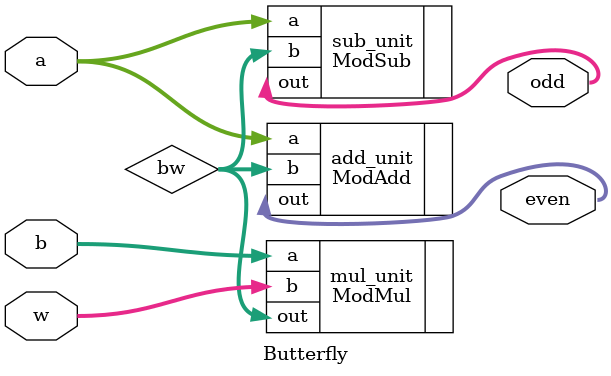
<source format=v>
`timescale 1ns / 1ps

module Butterfly (
    input  wire [11:0] a,     // Upper input coefficient
    input  wire [11:0] b,     // Lower input coefficient
    input  wire [11:0] w,     // Twiddle factor (from Zeta table)
    output wire [11:0] even,  // Upper output (a + bw)
    output wire [11:0] odd    // Lower output (a - bw)
);

    wire [11:0] bw; // Intermediate signal for (b * w)

    // Instance 1: Calculate (b * w) % q
    ModMul mul_unit (
        .a(b), 
        .b(w), 
        .out(bw)
    );

    // Instance 2: Calculate (a + bw) % q
    ModAdd add_unit (
        .a(a), 
        .b(bw), 
        .out(even)
    );

    // Instance 3: Calculate (a - bw) % q
    ModSub sub_unit (
        .a(a), 
        .b(bw), 
        .out(odd)
    );

endmodule

</source>
